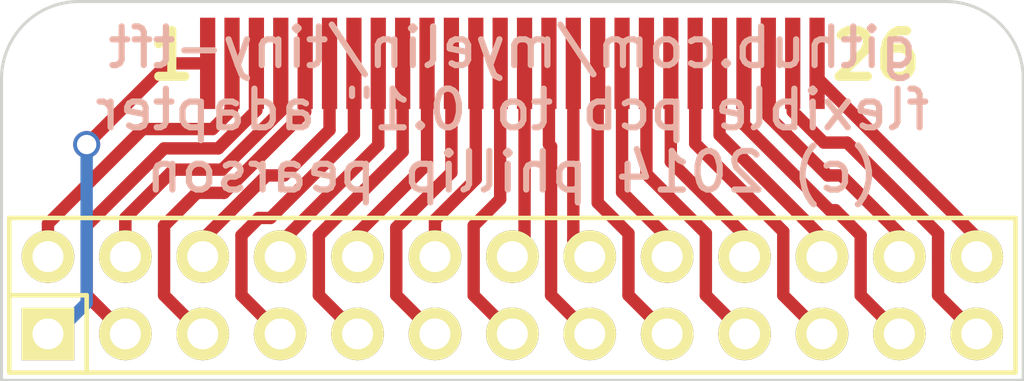
<source format=kicad_pcb>
(kicad_pcb (version 20221018) (generator pcbnew)
  (layers (0 "F.Cu" signal) (31 "B.Cu" signal) (34 "B.Paste" user) (35 "F.Paste" user) (36 "B.SilkS" user "B.Silkscreen") (37 "F.SilkS" user "F.Silkscreen") (38 "B.Mask" user) (39 "F.Mask" user) (44 "Edge.Cuts" user))
  (net 0 "")
  (net 1 "Net-(P1-Pad1)")
  (net 2 "Net-(P1-Pad2)")
  (net 3 "Net-(P1-Pad3)")
  (net 4 "Net-(P1-Pad4)")
  (net 5 "Net-(P1-Pad5)")
  (net 6 "Net-(P1-Pad6)")
  (net 7 "Net-(P1-Pad7)")
  (net 8 "Net-(P1-Pad8)")
  (net 9 "Net-(P1-Pad9)")
  (net 10 "Net-(P1-Pad10)")
  (net 11 "Net-(P1-Pad11)")
  (net 12 "Net-(P1-Pad12)")
  (net 13 "Net-(P1-Pad13)")
  (net 14 "Net-(P1-Pad14)")
  (net 15 "Net-(P1-Pad15)")
  (net 16 "Net-(P1-Pad16)")
  (net 17 "Net-(P1-Pad17)")
  (net 18 "Net-(P1-Pad18)")
  (net 19 "Net-(P1-Pad19)")
  (net 20 "Net-(P1-Pad20)")
  (net 21 "Net-(P1-Pad21)")
  (net 22 "Net-(P1-Pad22)")
  (net 23 "Net-(P1-Pad23)")
  (net 24 "Net-(P1-Pad24)")
  (net 25 "Net-(P1-Pad25)")
  (net 26 "Net-(P1-Pad26)")
  (footprint "local:26-pin-fpc-0.8mm-tft" (layer "F.Cu") (at 147.32 93.98)
    (fp_text reference "P1" hide)
    (fp_text value "CONN_02X13" hide)
    (pad "1" smd rect (at -10 0) (size 0.5 3) (layers "F.Cu" "F.Paste" "F.Mask") (net 1 "Net-(P1-Pad1)"))
    (pad "2" smd rect (at -9.2 0) (size 0.5 3) (layers "F.Cu" "F.Paste" "F.Mask") (net 2 "Net-(P1-Pad2)"))
    (pad "3" smd rect (at -8.4 0) (size 0.5 3) (layers "F.Cu" "F.Paste" "F.Mask") (net 3 "Net-(P1-Pad3)"))
    (pad "4" smd rect (at -7.6 0) (size 0.5 3) (layers "F.Cu" "F.Paste" "F.Mask") (net 4 "Net-(P1-Pad4)"))
    (pad "5" smd rect (at -6.8 0) (size 0.5 3) (layers "F.Cu" "F.Paste" "F.Mask") (net 5 "Net-(P1-Pad5)"))
    (pad "6" smd rect (at -6 0) (size 0.5 3) (layers "F.Cu" "F.Paste" "F.Mask") (net 6 "Net-(P1-Pad6)"))
    (pad "7" smd rect (at -5.2 0) (size 0.5 3) (layers "F.Cu" "F.Paste" "F.Mask") (net 7 "Net-(P1-Pad7)"))
    (pad "8" smd rect (at -4.4 0) (size 0.5 3) (layers "F.Cu" "F.Paste" "F.Mask") (net 8 "Net-(P1-Pad8)"))
    (pad "9" smd rect (at -3.6 0) (size 0.5 3) (layers "F.Cu" "F.Paste" "F.Mask") (net 9 "Net-(P1-Pad9)"))
    (pad "10" smd rect (at -2.8 0) (size 0.5 3) (layers "F.Cu" "F.Paste" "F.Mask") (net 10 "Net-(P1-Pad10)"))
    (pad "11" smd rect (at -2 0) (size 0.5 3) (layers "F.Cu" "F.Paste" "F.Mask") (net 11 "Net-(P1-Pad11)"))
    (pad "12" smd rect (at -1.2 0) (size 0.5 3) (layers "F.Cu" "F.Paste" "F.Mask") (net 12 "Net-(P1-Pad12)"))
    (pad "13" smd rect (at -0.4 0) (size 0.5 3) (layers "F.Cu" "F.Paste" "F.Mask") (net 13 "Net-(P1-Pad13)"))
    (pad "14" smd rect (at 0.4 0) (size 0.5 3) (layers "F.Cu" "F.Paste" "F.Mask") (net 14 "Net-(P1-Pad14)"))
    (pad "15" smd rect (at 1.2 0) (size 0.5 3) (layers "F.Cu" "F.Paste" "F.Mask") (net 15 "Net-(P1-Pad15)"))
    (pad "16" smd rect (at 2 0) (size 0.5 3) (layers "F.Cu" "F.Paste" "F.Mask") (net 16 "Net-(P1-Pad16)"))
    (pad "17" smd rect (at 2.8 0) (size 0.5 3) (layers "F.Cu" "F.Paste" "F.Mask") (net 17 "Net-(P1-Pad17)"))
    (pad "18" smd rect (at 3.6 0) (size 0.5 3) (layers "F.Cu" "F.Paste" "F.Mask") (net 18 "Net-(P1-Pad18)"))
    (pad "19" smd rect (at 4.4 0) (size 0.5 3) (layers "F.Cu" "F.Paste" "F.Mask") (net 19 "Net-(P1-Pad19)"))
    (pad "20" smd rect (at 5.2 0) (size 0.5 3) (layers "F.Cu" "F.Paste" "F.Mask") (net 20 "Net-(P1-Pad20)"))
    (pad "21" smd rect (at 6 0) (size 0.5 3) (layers "F.Cu" "F.Paste" "F.Mask") (net 21 "Net-(P1-Pad21)"))
    (pad "22" smd rect (at 6.8 0) (size 0.5 3) (layers "F.Cu" "F.Paste" "F.Mask") (net 22 "Net-(P1-Pad22)"))
    (pad "23" smd rect (at 7.6 0) (size 0.5 3) (layers "F.Cu" "F.Paste" "F.Mask") (net 23 "Net-(P1-Pad23)"))
    (pad "24" smd rect (at 8.4 0) (size 0.5 3) (layers "F.Cu" "F.Paste" "F.Mask") (net 24 "Net-(P1-Pad24)"))
    (pad "25" smd rect (at 9.2 0) (size 0.5 3) (layers "F.Cu" "F.Paste" "F.Mask") (net 25 "Net-(P1-Pad25)"))
    (pad "26" smd rect (at 10 0) (size 0.5 3) (layers "F.Cu" "F.Paste" "F.Mask") (net 26 "Net-(P1-Pad26)"))
  )
  (footprint "Pin_Headers:Pin_Header_Straight_2x13" (layer "F.Cu") (at 147.32 101.6)
    (fp_text reference "P2" hide)
    (fp_text value "CONN_02X13" hide)
    (fp_line (start -16.51 -2.54) (end -16.51 0) (stroke (width 0.15)) (layer "F.SilkS"))
    (fp_line (start -16.51 -2.54) (end 16.51 -2.54) (stroke (width 0.15)) (layer "F.SilkS"))
    (fp_line (start -16.51 0) (end -13.97 0) (stroke (width 0.15)) (layer "F.SilkS"))
    (fp_line (start -16.51 2.54) (end -16.51 0) (stroke (width 0.15)) (layer "F.SilkS"))
    (fp_line (start -16.51 2.54) (end -13.97 2.54) (stroke (width 0.15)) (layer "F.SilkS"))
    (fp_line (start -13.97 0) (end -13.97 2.54) (stroke (width 0.15)) (layer "F.SilkS"))
    (fp_line (start -13.97 2.54) (end 16.51 2.54) (stroke (width 0.15)) (layer "F.SilkS"))
    (fp_line (start 16.51 -2.54) (end 16.51 2.54) (stroke (width 0.15)) (layer "F.SilkS"))
    (pad "1" thru_hole rect (at -15.24 1.27) (size 1.7272 1.7272) (drill 1.016) (layers "*.Cu" "*.Mask" "F.SilkS") (net 1 "Net-(P1-Pad1)"))
    (pad "2" thru_hole oval (at -15.24 -1.27) (size 1.7272 1.7272) (drill 1.016) (layers "*.Cu" "*.Mask" "F.SilkS") (net 2 "Net-(P1-Pad2)"))
    (pad "3" thru_hole oval (at -12.7 1.27) (size 1.7272 1.7272) (drill 1.016) (layers "*.Cu" "*.Mask" "F.SilkS") (net 3 "Net-(P1-Pad3)"))
    (pad "4" thru_hole oval (at -12.7 -1.27) (size 1.7272 1.7272) (drill 1.016) (layers "*.Cu" "*.Mask" "F.SilkS") (net 4 "Net-(P1-Pad4)"))
    (pad "5" thru_hole oval (at -10.16 1.27) (size 1.7272 1.7272) (drill 1.016) (layers "*.Cu" "*.Mask" "F.SilkS") (net 5 "Net-(P1-Pad5)"))
    (pad "6" thru_hole oval (at -10.16 -1.27) (size 1.7272 1.7272) (drill 1.016) (layers "*.Cu" "*.Mask" "F.SilkS") (net 6 "Net-(P1-Pad6)"))
    (pad "7" thru_hole oval (at -7.62 1.27) (size 1.7272 1.7272) (drill 1.016) (layers "*.Cu" "*.Mask" "F.SilkS") (net 7 "Net-(P1-Pad7)"))
    (pad "8" thru_hole oval (at -7.62 -1.27) (size 1.7272 1.7272) (drill 1.016) (layers "*.Cu" "*.Mask" "F.SilkS") (net 8 "Net-(P1-Pad8)"))
    (pad "9" thru_hole oval (at -5.08 1.27) (size 1.7272 1.7272) (drill 1.016) (layers "*.Cu" "*.Mask" "F.SilkS") (net 9 "Net-(P1-Pad9)"))
    (pad "10" thru_hole oval (at -5.08 -1.27) (size 1.7272 1.7272) (drill 1.016) (layers "*.Cu" "*.Mask" "F.SilkS") (net 10 "Net-(P1-Pad10)"))
    (pad "11" thru_hole oval (at -2.54 1.27) (size 1.7272 1.7272) (drill 1.016) (layers "*.Cu" "*.Mask" "F.SilkS") (net 11 "Net-(P1-Pad11)"))
    (pad "12" thru_hole oval (at -2.54 -1.27) (size 1.7272 1.7272) (drill 1.016) (layers "*.Cu" "*.Mask" "F.SilkS") (net 12 "Net-(P1-Pad12)"))
    (pad "13" thru_hole oval (at 0 1.27) (size 1.7272 1.7272) (drill 1.016) (layers "*.Cu" "*.Mask" "F.SilkS") (net 13 "Net-(P1-Pad13)"))
    (pad "14" thru_hole oval (at 0 -1.27) (size 1.7272 1.7272) (drill 1.016) (layers "*.Cu" "*.Mask" "F.SilkS") (net 14 "Net-(P1-Pad14)"))
    (pad "15" thru_hole oval (at 2.54 1.27) (size 1.7272 1.7272) (drill 1.016) (layers "*.Cu" "*.Mask" "F.SilkS") (net 15 "Net-(P1-Pad15)"))
    (pad "16" thru_hole oval (at 2.54 -1.27) (size 1.7272 1.7272) (drill 1.016) (layers "*.Cu" "*.Mask" "F.SilkS") (net 16 "Net-(P1-Pad16)"))
    (pad "17" thru_hole oval (at 5.08 1.27) (size 1.7272 1.7272) (drill 1.016) (layers "*.Cu" "*.Mask" "F.SilkS") (net 17 "Net-(P1-Pad17)"))
    (pad "18" thru_hole oval (at 5.08 -1.27) (size 1.7272 1.7272) (drill 1.016) (layers "*.Cu" "*.Mask" "F.SilkS") (net 18 "Net-(P1-Pad18)"))
    (pad "19" thru_hole oval (at 7.62 1.27) (size 1.7272 1.7272) (drill 1.016) (layers "*.Cu" "*.Mask" "F.SilkS") (net 19 "Net-(P1-Pad19)"))
    (pad "20" thru_hole oval (at 7.62 -1.27) (size 1.7272 1.7272) (drill 1.016) (layers "*.Cu" "*.Mask" "F.SilkS") (net 20 "Net-(P1-Pad20)"))
    (pad "21" thru_hole oval (at 10.16 1.27) (size 1.7272 1.7272) (drill 1.016) (layers "*.Cu" "*.Mask" "F.SilkS") (net 21 "Net-(P1-Pad21)"))
    (pad "22" thru_hole oval (at 10.16 -1.27) (size 1.7272 1.7272) (drill 1.016) (layers "*.Cu" "*.Mask" "F.SilkS") (net 22 "Net-(P1-Pad22)"))
    (pad "23" thru_hole oval (at 12.7 1.27) (size 1.7272 1.7272) (drill 1.016) (layers "*.Cu" "*.Mask" "F.SilkS") (net 23 "Net-(P1-Pad23)"))
    (pad "24" thru_hole oval (at 12.7 -1.27) (size 1.7272 1.7272) (drill 1.016) (layers "*.Cu" "*.Mask" "F.SilkS") (net 24 "Net-(P1-Pad24)"))
    (pad "25" thru_hole oval (at 15.24 1.27) (size 1.7272 1.7272) (drill 1.016) (layers "*.Cu" "*.Mask" "F.SilkS") (net 25 "Net-(P1-Pad25)"))
    (pad "26" thru_hole oval (at 15.24 -1.27) (size 1.7272 1.7272) (drill 1.016) (layers "*.Cu" "*.Mask" "F.SilkS") (net 26 "Net-(P1-Pad26)"))
  )
  (gr_line (start 130.556 94.488) (end 130.556 104.394) (stroke (width 0.1)) (layer "Edge.Cuts"))
  (gr_arc (start 130.556 94.488) (mid 131.299949 92.691949) (end 133.096 91.948) (stroke (width 0.1)) (layer "Edge.Cuts"))
  (gr_line (start 161.544 91.948) (end 133.096 91.948) (stroke (width 0.1)) (layer "Edge.Cuts"))
  (gr_line (start 164.084 104.394) (end 130.556 104.394) (stroke (width 0.1)) (layer "Edge.Cuts"))
  (gr_arc (start 161.544 91.948) (mid 163.340051 92.691949) (end 164.084 94.488) (stroke (width 0.1)) (layer "Edge.Cuts"))
  (gr_line (start 164.084 94.488) (end 164.084 104.394) (stroke (width 0.1)) (layer "Edge.Cuts"))
  (gr_text "github.com/myelin/tiny-tft\nflexible pcb to 0.1\" adapter\n(c) 2014 phillip pearson" (at 147.32 95.504) (layer "B.SilkS") (effects (font (size 1.27 1.27) (thickness 0.2032)) (justify mirror)))
  (gr_text "1" (at 136.144 93.726) (layer "F.SilkS") (effects (font (size 1.5 1.5) (thickness 0.3))))
  (gr_text "26" (at 159.258 93.726) (layer "F.SilkS") (effects (font (size 1.5 1.5) (thickness 0.3))))
  (segment (start 136.017 93.98) (end 133.35 96.647) (width 0.4064) (layer "F.Cu") (net 1))
  (segment (start 137.32 93.98) (end 136.017 93.98) (width 0.4064) (layer "F.Cu") (net 1))
  (via (at 133.35 96.647) (size 0.889) (drill 0.635) (layers "F.Cu" "B.Cu") (net 1))
  (segment (start 133.35 101.854) (end 132.334 102.87) (width 0.4064) (layer "B.Cu") (net 1))
  (segment (start 132.334 102.87) (end 132.08 102.87) (width 0.1778) (layer "B.Cu") (net 1))
  (segment (start 133.35 96.647) (end 133.35 101.854) (width 0.4064) (layer "B.Cu") (net 1))
  (segment (start 135.1915 96.139) (end 132.08 99.2505) (width 0.4064) (layer "F.Cu") (net 2))
  (segment (start 132.08 99.2505) (end 132.08 100.33) (width 0.4064) (layer "F.Cu") (net 2))
  (segment (start 138.12 95.4965) (end 137.4775 96.139) (width 0.4064) (layer "F.Cu") (net 2))
  (segment (start 137.4775 96.139) (end 135.1915 96.139) (width 0.4064) (layer "F.Cu") (net 2))
  (segment (start 138.12 93.98) (end 138.12 95.4965) (width 0.4064) (layer "F.Cu") (net 2))
  (segment (start 133.35 99.314) (end 133.35 101.6) (width 0.1778) (layer "F.Cu") (net 3))
  (segment (start 133.35 99.314) (end 133.35 101.6) (width 0.4064) (layer "F.Cu") (net 3))
  (segment (start 133.35 101.6) (end 134.62 102.87) (width 0.4064) (layer "F.Cu") (net 3))
  (segment (start 133.35 101.6) (end 134.62 102.87) (width 0.4064) (layer "F.Cu") (net 3))
  (segment (start 138.92 95.522) (end 137.668 96.774) (width 0.4064) (layer "F.Cu") (net 3))
  (segment (start 137.668 96.774) (end 135.89 96.774) (width 0.4064) (layer "F.Cu") (net 3))
  (segment (start 135.89 96.774) (end 133.35 99.314) (width 0.4064) (layer "F.Cu") (net 3))
  (segment (start 138.92 93.98) (end 138.92 95.522) (width 0.4064) (layer "F.Cu") (net 3))
  (segment (start 136.0805 97.5995) (end 134.62 99.06) (width 0.4064) (layer "F.Cu") (net 4))
  (segment (start 134.62 99.06) (end 134.62 100.33) (width 0.4064) (layer "F.Cu") (net 4))
  (segment (start 136.0805 97.5995) (end 134.62 99.06) (width 0.4064) (layer "F.Cu") (net 4))
  (segment (start 134.62 99.06) (end 134.62 100.33) (width 0.4064) (layer "F.Cu") (net 4))
  (segment (start 139.72 95.5475) (end 137.795 97.4725) (width 0.4064) (layer "F.Cu") (net 4))
  (segment (start 136.2075 97.4725) (end 137.795 97.4725) (width 0.4064) (layer "F.Cu") (net 4))
  (segment (start 139.72 93.98) (end 139.72 95.5475) (width 0.4064) (layer "F.Cu") (net 4))
  (segment (start 136.0805 97.5995) (end 136.2075 97.4725) (width 0.4064) (layer "F.Cu") (net 4))
  (segment (start 136.7155 98.4885) (end 135.89 99.314) (width 0.4064) (layer "F.Cu") (net 5))
  (segment (start 135.89 99.314) (end 135.89 101.6) (width 0.4064) (layer "F.Cu") (net 5))
  (segment (start 135.89 101.6) (end 137.16 102.87) (width 0.4064) (layer "F.Cu") (net 5))
  (segment (start 136.7155 98.4885) (end 135.89 99.314) (width 0.4064) (layer "F.Cu") (net 5))
  (segment (start 140.52 95.573) (end 137.8585 98.2345) (width 0.4064) (layer "F.Cu") (net 5))
  (segment (start 136.9695 98.2345) (end 137.8585 98.2345) (width 0.4064) (layer "F.Cu") (net 5))
  (segment (start 136.7155 98.4885) (end 136.9695 98.2345) (width 0.4064) (layer "F.Cu") (net 5))
  (segment (start 140.52 93.98) (end 140.52 95.573) (width 0.4064) (layer "F.Cu") (net 5))
  (segment (start 137.16 100.1395) (end 137.16 100.33) (width 0.1778) (layer "F.Cu") (net 6))
  (segment (start 137.16 100.1395) (end 137.16 100.33) (width 0.4064) (layer "F.Cu") (net 6))
  (segment (start 137.16 99.7585) (end 137.16 100.33) (width 0.4064) (layer "F.Cu") (net 6))
  (segment (start 141.32 96.17) (end 139.827 97.663) (width 0.4064) (layer "F.Cu") (net 6))
  (segment (start 139.827 97.663) (end 139.2555 97.663) (width 0.4064) (layer "F.Cu") (net 6))
  (segment (start 139.2555 97.663) (end 137.16 99.7585) (width 0.4064) (layer "F.Cu") (net 6))
  (segment (start 141.32 93.98) (end 141.32 96.17) (width 0.4064) (layer "F.Cu") (net 6))
  (segment (start 142.12 96.3225) (end 139.3825 99.06) (width 0.4064) (layer "F.Cu") (net 7))
  (segment (start 139.3825 99.06) (end 139.0015 99.06) (width 0.4064) (layer "F.Cu") (net 7))
  (segment (start 139.0015 99.06) (end 138.43 99.6315) (width 0.4064) (layer "F.Cu") (net 7))
  (segment (start 138.43 99.6315) (end 138.43 101.6) (width 0.4064) (layer "F.Cu") (net 7))
  (segment (start 138.43 101.6) (end 139.7 102.87) (width 0.4064) (layer "F.Cu") (net 7))
  (segment (start 142.12 93.98) (end 142.12 96.3225) (width 0.4064) (layer "F.Cu") (net 7))
  (segment (start 142.92 96.6655) (end 139.7 99.8855) (width 0.4064) (layer "F.Cu") (net 8))
  (segment (start 139.7 99.8855) (end 139.7 100.33) (width 0.4064) (layer "F.Cu") (net 8))
  (segment (start 142.92 93.98) (end 142.92 96.6655) (width 0.4064) (layer "F.Cu") (net 8))
  (segment (start 143.72 96.8815) (end 140.97 99.6315) (width 0.4064) (layer "F.Cu") (net 9))
  (segment (start 140.97 99.6315) (end 140.97 101.6) (width 0.4064) (layer "F.Cu") (net 9))
  (segment (start 140.97 101.6) (end 142.24 102.87) (width 0.4064) (layer "F.Cu") (net 9))
  (segment (start 143.72 93.98) (end 143.72 96.8815) (width 0.4064) (layer "F.Cu") (net 9))
  (segment (start 144.52 97.288) (end 142.24 99.568) (width 0.4064) (layer "F.Cu") (net 10))
  (segment (start 142.24 99.568) (end 142.24 100.33) (width 0.4064) (layer "F.Cu") (net 10))
  (segment (start 144.52 93.98) (end 144.52 97.288) (width 0.4064) (layer "F.Cu") (net 10))
  (segment (start 145.32 97.5675) (end 143.51 99.3775) (width 0.4064) (layer "F.Cu") (net 11))
  (segment (start 143.51 99.3775) (end 143.51 101.6) (width 0.4064) (layer "F.Cu") (net 11))
  (segment (start 143.51 101.6) (end 144.78 102.87) (width 0.4064) (layer "F.Cu") (net 11))
  (segment (start 145.32 93.98) (end 145.32 97.5675) (width 0.4064) (layer "F.Cu") (net 11))
  (segment (start 146.12 97.7835) (end 144.78 99.1235) (width 0.4064) (layer "F.Cu") (net 12))
  (segment (start 144.78 99.1235) (end 144.78 100.33) (width 0.4064) (layer "F.Cu") (net 12))
  (segment (start 146.12 93.98) (end 146.12 97.7835) (width 0.4064) (layer "F.Cu") (net 12))
  (segment (start 146.05 101.6) (end 147.32 102.87) (width 0.1778) (layer "F.Cu") (net 13))
  (segment (start 146.92 98.444) (end 146.05 99.314) (width 0.4064) (layer "F.Cu") (net 13))
  (segment (start 146.05 99.314) (end 146.05 101.6) (width 0.4064) (layer "F.Cu") (net 13))
  (segment (start 146.05 101.6) (end 147.32 102.87) (width 0.4064) (layer "F.Cu") (net 13))
  (segment (start 146.92 93.98) (end 146.92 98.444) (width 0.4064) (layer "F.Cu") (net 13))
  (segment (start 147.72 99.93) (end 147.32 100.33) (width 0.4064) (layer "F.Cu") (net 14))
  (segment (start 147.72 93.98) (end 147.72 99.93) (width 0.4064) (layer "F.Cu") (net 14))
  (segment (start 148.59 101.6) (end 149.86 102.87) (width 0.1778) (layer "F.Cu") (net 15))
  (segment (start 148.52 96.6405) (end 148.59 96.7105) (width 0.4064) (layer "F.Cu") (net 15))
  (segment (start 148.59 96.7105) (end 148.59 101.6) (width 0.4064) (layer "F.Cu") (net 15))
  (segment (start 148.59 101.6) (end 149.86 102.87) (width 0.4064) (layer "F.Cu") (net 15))
  (segment (start 148.52 93.98) (end 148.52 96.6405) (width 0.4064) (layer "F.Cu") (net 15))
  (segment (start 149.32 99.79) (end 149.86 100.33) (width 0.4064) (layer "F.Cu") (net 16))
  (segment (start 149.32 93.98) (end 149.32 99.79) (width 0.4064) (layer "F.Cu") (net 16))
  (segment (start 151.13 101.6) (end 152.4 102.87) (width 0.1778) (layer "F.Cu") (net 17))
  (segment (start 150.12 98.558) (end 151.13 99.568) (width 0.4064) (layer "F.Cu") (net 17))
  (segment (start 151.13 99.568) (end 151.13 101.6) (width 0.4064) (layer "F.Cu") (net 17))
  (segment (start 151.13 101.6) (end 152.4 102.87) (width 0.4064) (layer "F.Cu") (net 17))
  (segment (start 150.12 93.98) (end 150.12 98.558) (width 0.4064) (layer "F.Cu") (net 17))
  (segment (start 150.92 98.215) (end 152.4 99.695) (width 0.4064) (layer "F.Cu") (net 18))
  (segment (start 152.4 99.695) (end 152.4 100.33) (width 0.4064) (layer "F.Cu") (net 18))
  (segment (start 150.92 93.98) (end 150.92 98.215) (width 0.4064) (layer "F.Cu") (net 18))
  (segment (start 151.72 97.618) (end 153.67 99.568) (width 0.4064) (layer "F.Cu") (net 19))
  (segment (start 153.67 99.568) (end 153.67 101.6) (width 0.4064) (layer "F.Cu") (net 19))
  (segment (start 153.67 101.6) (end 154.94 102.87) (width 0.4064) (layer "F.Cu") (net 19))
  (segment (start 151.72 93.98) (end 151.72 97.618) (width 0.4064) (layer "F.Cu") (net 19))
  (segment (start 152.52 97.2115) (end 154.94 99.6315) (width 0.4064) (layer "F.Cu") (net 20))
  (segment (start 154.94 99.6315) (end 154.94 100.33) (width 0.4064) (layer "F.Cu") (net 20))
  (segment (start 152.52 93.98) (end 152.52 97.2115) (width 0.4064) (layer "F.Cu") (net 20))
  (segment (start 153.32 96.6145) (end 156.21 99.5045) (width 0.4064) (layer "F.Cu") (net 21))
  (segment (start 156.21 99.5045) (end 156.21 101.6) (width 0.4064) (layer "F.Cu") (net 21))
  (segment (start 156.21 101.6) (end 157.48 102.87) (width 0.4064) (layer "F.Cu") (net 21))
  (segment (start 153.32 93.98) (end 153.32 96.6145) (width 0.4064) (layer "F.Cu") (net 21))
  (segment (start 154.12 96.335) (end 157.48 99.695) (width 0.4064) (layer "F.Cu") (net 22))
  (segment (start 157.48 99.695) (end 157.48 100.33) (width 0.4064) (layer "F.Cu") (net 22))
  (segment (start 154.12 93.98) (end 154.12 96.335) (width 0.4064) (layer "F.Cu") (net 22))
  (segment (start 158.75 99.6315) (end 158.75 101.6) (width 0.4064) (layer "F.Cu") (net 23))
  (segment (start 158.75 101.6) (end 160.02 102.87) (width 0.4064) (layer "F.Cu") (net 23))
  (segment (start 154.92 95.992) (end 157.734 98.806) (width 0.4064) (layer "F.Cu") (net 23))
  (segment (start 157.734 98.806) (end 157.9245 98.806) (width 0.4064) (layer "F.Cu") (net 23))
  (segment (start 157.9245 98.806) (end 158.75 99.6315) (width 0.4064) (layer "F.Cu") (net 23))
  (segment (start 154.92 93.98) (end 154.92 95.992) (width 0.4064) (layer "F.Cu") (net 23))
  (segment (start 160.02 99.7585) (end 160.02 100.33) (width 0.1778) (layer "F.Cu") (net 24))
  (segment (start 160.02 99.8855) (end 160.02 100.33) (width 0.4064) (layer "F.Cu") (net 24))
  (segment (start 155.72 95.7125) (end 157.6705 97.663) (width 0.4064) (layer "F.Cu") (net 24))
  (segment (start 157.6705 97.663) (end 158.115 97.663) (width 0.4064) (layer "F.Cu") (net 24))
  (segment (start 158.115 97.663) (end 160.02 99.568) (width 0.4064) (layer "F.Cu") (net 24))
  (segment (start 160.02 99.568) (end 160.02 100.33) (width 0.4064) (layer "F.Cu") (net 24))
  (segment (start 155.72 93.98) (end 155.72 95.7125) (width 0.4064) (layer "F.Cu") (net 24))
  (segment (start 155.72 93.98) (end 155.72 95.4585) (width 0.254) (layer "F.Cu") (net 24))
  (segment (start 161.29 101.6) (end 162.56 102.87) (width 0.4064) (layer "F.Cu") (net 25))
  (segment (start 156.52 95.56) (end 157.5435 96.5835) (width 0.4064) (layer "F.Cu") (net 25))
  (segment (start 157.5435 96.5835) (end 158.3055 96.5835) (width 0.4064) (layer "F.Cu") (net 25))
  (segment (start 158.3055 96.5835) (end 161.29 99.568) (width 0.4064) (layer "F.Cu") (net 25))
  (segment (start 161.29 99.568) (end 161.29 101.6) (width 0.4064) (layer "F.Cu") (net 25))
  (segment (start 156.52 93.98) (end 156.52 95.56) (width 0.4064) (layer "F.Cu") (net 25))
  (segment (start 157.32 94.455) (end 162.56 99.695) (width 0.4064) (layer "F.Cu") (net 26))
  (segment (start 162.56 99.695) (end 162.56 100.33) (width 0.4064) (layer "F.Cu") (net 26))
  (segment (start 157.32 93.98) (end 157.32 94.455) (width 0.4064) (layer "F.Cu") (net 26))
)
</source>
